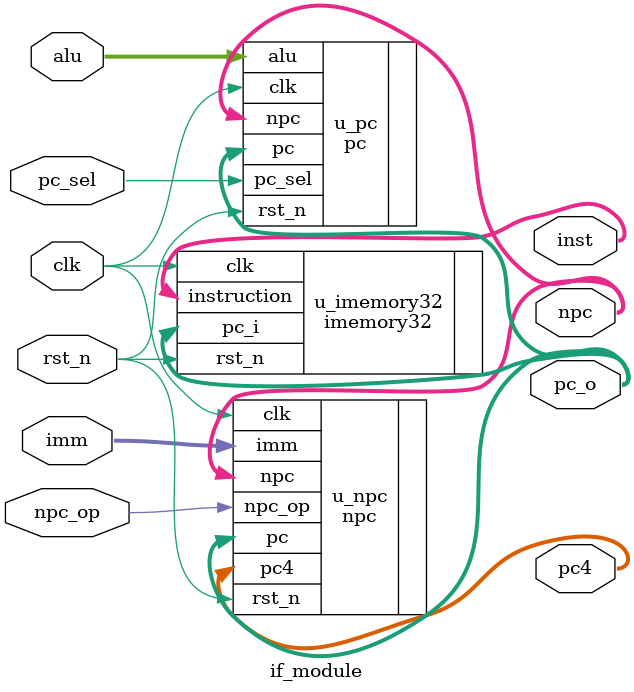
<source format=v>


module if_module(
    input   clk,
    input   rst_n,
    input   pc_sel,
    input   npc_op,
    input   [31:0]  alu,                //aluµÄÊä³ö
    input   [31:0]  imm,                //·ûºÅÀ©Õ¹Ö®ºóµÄ32Î»Á¢¼´Êý
    output  wire [31:0]  inst,     //È¡³öµÄ32Î»Ö¸Áî
    output  wire [31:0]  npc,             //npcµÄÊä³ö
    output  wire [31:0]  pc4,
    output  wire [31:0]  pc_o
    );
    
//wire    [31:0]  pc_o;     //pcµÄÊä³ö
    
pc  u_pc(
    .clk(clk),
    .rst_n(rst_n),
    .pc_sel(pc_sel),
    .npc(npc),
    .alu(alu),
    .pc(pc_o)
);

npc u_npc(
    .clk(clk),
    .rst_n(rst_n),
    .npc_op(npc_op),
    .pc(pc_o),
    .imm(imm),
    .npc(npc),
    .pc4(pc4)
);

imemory32   u_imemory32(
    .clk(clk),
    .rst_n(rst_n),
    .pc_i(pc_o),
    .instruction(inst)
);
endmodule

</source>
